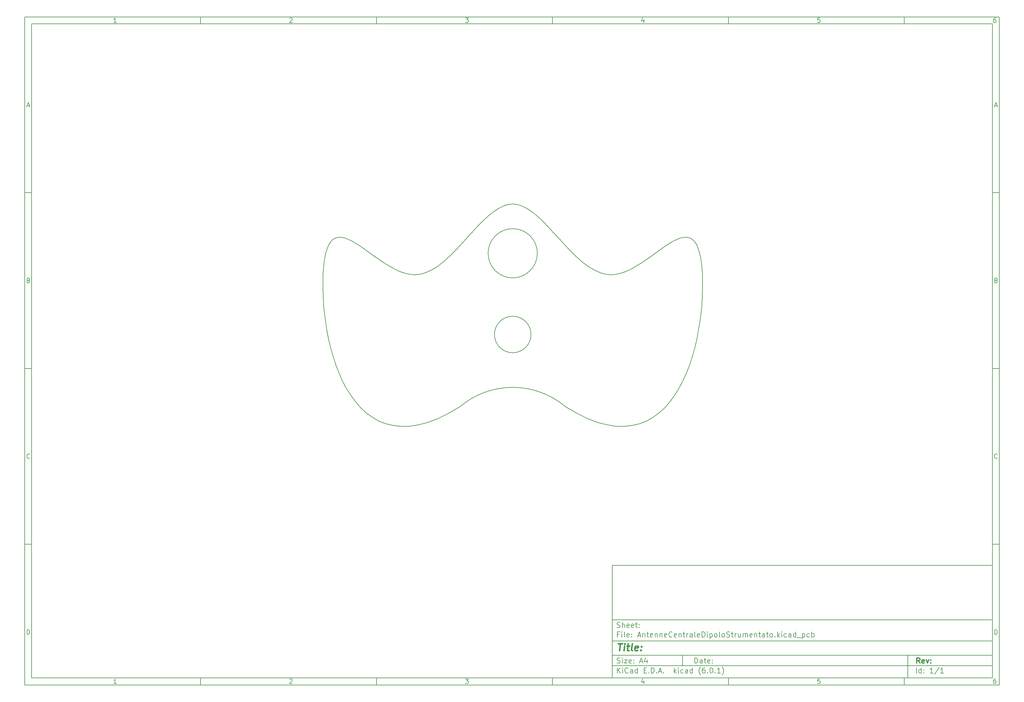
<source format=gm1>
G04 #@! TF.GenerationSoftware,KiCad,Pcbnew,(6.0.1)*
G04 #@! TF.CreationDate,2022-01-29T22:50:14+01:00*
G04 #@! TF.ProjectId,AntenneCentraleDipoloStrumentato,416e7465-6e6e-4654-9365-6e7472616c65,rev?*
G04 #@! TF.SameCoordinates,Original*
G04 #@! TF.FileFunction,Profile,NP*
%FSLAX46Y46*%
G04 Gerber Fmt 4.6, Leading zero omitted, Abs format (unit mm)*
G04 Created by KiCad (PCBNEW (6.0.1)) date 2022-01-29 22:50:14*
%MOMM*%
%LPD*%
G01*
G04 APERTURE LIST*
%ADD10C,0.100000*%
%ADD11C,0.150000*%
%ADD12C,0.300000*%
%ADD13C,0.400000*%
G04 #@! TA.AperFunction,Profile*
%ADD14C,0.200000*%
G04 #@! TD*
%ADD15C,0.200000*%
G04 APERTURE END LIST*
D10*
D11*
X177002200Y-166007200D02*
X177002200Y-198007200D01*
X285002200Y-198007200D01*
X285002200Y-166007200D01*
X177002200Y-166007200D01*
D10*
D11*
X10000000Y-10000000D02*
X10000000Y-200007200D01*
X287002200Y-200007200D01*
X287002200Y-10000000D01*
X10000000Y-10000000D01*
D10*
D11*
X12000000Y-12000000D02*
X12000000Y-198007200D01*
X285002200Y-198007200D01*
X285002200Y-12000000D01*
X12000000Y-12000000D01*
D10*
D11*
X60000000Y-12000000D02*
X60000000Y-10000000D01*
D10*
D11*
X110000000Y-12000000D02*
X110000000Y-10000000D01*
D10*
D11*
X160000000Y-12000000D02*
X160000000Y-10000000D01*
D10*
D11*
X210000000Y-12000000D02*
X210000000Y-10000000D01*
D10*
D11*
X260000000Y-12000000D02*
X260000000Y-10000000D01*
D10*
D11*
X36065476Y-11588095D02*
X35322619Y-11588095D01*
X35694047Y-11588095D02*
X35694047Y-10288095D01*
X35570238Y-10473809D01*
X35446428Y-10597619D01*
X35322619Y-10659523D01*
D10*
D11*
X85322619Y-10411904D02*
X85384523Y-10350000D01*
X85508333Y-10288095D01*
X85817857Y-10288095D01*
X85941666Y-10350000D01*
X86003571Y-10411904D01*
X86065476Y-10535714D01*
X86065476Y-10659523D01*
X86003571Y-10845238D01*
X85260714Y-11588095D01*
X86065476Y-11588095D01*
D10*
D11*
X135260714Y-10288095D02*
X136065476Y-10288095D01*
X135632142Y-10783333D01*
X135817857Y-10783333D01*
X135941666Y-10845238D01*
X136003571Y-10907142D01*
X136065476Y-11030952D01*
X136065476Y-11340476D01*
X136003571Y-11464285D01*
X135941666Y-11526190D01*
X135817857Y-11588095D01*
X135446428Y-11588095D01*
X135322619Y-11526190D01*
X135260714Y-11464285D01*
D10*
D11*
X185941666Y-10721428D02*
X185941666Y-11588095D01*
X185632142Y-10226190D02*
X185322619Y-11154761D01*
X186127380Y-11154761D01*
D10*
D11*
X236003571Y-10288095D02*
X235384523Y-10288095D01*
X235322619Y-10907142D01*
X235384523Y-10845238D01*
X235508333Y-10783333D01*
X235817857Y-10783333D01*
X235941666Y-10845238D01*
X236003571Y-10907142D01*
X236065476Y-11030952D01*
X236065476Y-11340476D01*
X236003571Y-11464285D01*
X235941666Y-11526190D01*
X235817857Y-11588095D01*
X235508333Y-11588095D01*
X235384523Y-11526190D01*
X235322619Y-11464285D01*
D10*
D11*
X285941666Y-10288095D02*
X285694047Y-10288095D01*
X285570238Y-10350000D01*
X285508333Y-10411904D01*
X285384523Y-10597619D01*
X285322619Y-10845238D01*
X285322619Y-11340476D01*
X285384523Y-11464285D01*
X285446428Y-11526190D01*
X285570238Y-11588095D01*
X285817857Y-11588095D01*
X285941666Y-11526190D01*
X286003571Y-11464285D01*
X286065476Y-11340476D01*
X286065476Y-11030952D01*
X286003571Y-10907142D01*
X285941666Y-10845238D01*
X285817857Y-10783333D01*
X285570238Y-10783333D01*
X285446428Y-10845238D01*
X285384523Y-10907142D01*
X285322619Y-11030952D01*
D10*
D11*
X60000000Y-198007200D02*
X60000000Y-200007200D01*
D10*
D11*
X110000000Y-198007200D02*
X110000000Y-200007200D01*
D10*
D11*
X160000000Y-198007200D02*
X160000000Y-200007200D01*
D10*
D11*
X210000000Y-198007200D02*
X210000000Y-200007200D01*
D10*
D11*
X260000000Y-198007200D02*
X260000000Y-200007200D01*
D10*
D11*
X36065476Y-199595295D02*
X35322619Y-199595295D01*
X35694047Y-199595295D02*
X35694047Y-198295295D01*
X35570238Y-198481009D01*
X35446428Y-198604819D01*
X35322619Y-198666723D01*
D10*
D11*
X85322619Y-198419104D02*
X85384523Y-198357200D01*
X85508333Y-198295295D01*
X85817857Y-198295295D01*
X85941666Y-198357200D01*
X86003571Y-198419104D01*
X86065476Y-198542914D01*
X86065476Y-198666723D01*
X86003571Y-198852438D01*
X85260714Y-199595295D01*
X86065476Y-199595295D01*
D10*
D11*
X135260714Y-198295295D02*
X136065476Y-198295295D01*
X135632142Y-198790533D01*
X135817857Y-198790533D01*
X135941666Y-198852438D01*
X136003571Y-198914342D01*
X136065476Y-199038152D01*
X136065476Y-199347676D01*
X136003571Y-199471485D01*
X135941666Y-199533390D01*
X135817857Y-199595295D01*
X135446428Y-199595295D01*
X135322619Y-199533390D01*
X135260714Y-199471485D01*
D10*
D11*
X185941666Y-198728628D02*
X185941666Y-199595295D01*
X185632142Y-198233390D02*
X185322619Y-199161961D01*
X186127380Y-199161961D01*
D10*
D11*
X236003571Y-198295295D02*
X235384523Y-198295295D01*
X235322619Y-198914342D01*
X235384523Y-198852438D01*
X235508333Y-198790533D01*
X235817857Y-198790533D01*
X235941666Y-198852438D01*
X236003571Y-198914342D01*
X236065476Y-199038152D01*
X236065476Y-199347676D01*
X236003571Y-199471485D01*
X235941666Y-199533390D01*
X235817857Y-199595295D01*
X235508333Y-199595295D01*
X235384523Y-199533390D01*
X235322619Y-199471485D01*
D10*
D11*
X285941666Y-198295295D02*
X285694047Y-198295295D01*
X285570238Y-198357200D01*
X285508333Y-198419104D01*
X285384523Y-198604819D01*
X285322619Y-198852438D01*
X285322619Y-199347676D01*
X285384523Y-199471485D01*
X285446428Y-199533390D01*
X285570238Y-199595295D01*
X285817857Y-199595295D01*
X285941666Y-199533390D01*
X286003571Y-199471485D01*
X286065476Y-199347676D01*
X286065476Y-199038152D01*
X286003571Y-198914342D01*
X285941666Y-198852438D01*
X285817857Y-198790533D01*
X285570238Y-198790533D01*
X285446428Y-198852438D01*
X285384523Y-198914342D01*
X285322619Y-199038152D01*
D10*
D11*
X10000000Y-60000000D02*
X12000000Y-60000000D01*
D10*
D11*
X10000000Y-110000000D02*
X12000000Y-110000000D01*
D10*
D11*
X10000000Y-160000000D02*
X12000000Y-160000000D01*
D10*
D11*
X10690476Y-35216666D02*
X11309523Y-35216666D01*
X10566666Y-35588095D02*
X11000000Y-34288095D01*
X11433333Y-35588095D01*
D10*
D11*
X11092857Y-84907142D02*
X11278571Y-84969047D01*
X11340476Y-85030952D01*
X11402380Y-85154761D01*
X11402380Y-85340476D01*
X11340476Y-85464285D01*
X11278571Y-85526190D01*
X11154761Y-85588095D01*
X10659523Y-85588095D01*
X10659523Y-84288095D01*
X11092857Y-84288095D01*
X11216666Y-84350000D01*
X11278571Y-84411904D01*
X11340476Y-84535714D01*
X11340476Y-84659523D01*
X11278571Y-84783333D01*
X11216666Y-84845238D01*
X11092857Y-84907142D01*
X10659523Y-84907142D01*
D10*
D11*
X11402380Y-135464285D02*
X11340476Y-135526190D01*
X11154761Y-135588095D01*
X11030952Y-135588095D01*
X10845238Y-135526190D01*
X10721428Y-135402380D01*
X10659523Y-135278571D01*
X10597619Y-135030952D01*
X10597619Y-134845238D01*
X10659523Y-134597619D01*
X10721428Y-134473809D01*
X10845238Y-134350000D01*
X11030952Y-134288095D01*
X11154761Y-134288095D01*
X11340476Y-134350000D01*
X11402380Y-134411904D01*
D10*
D11*
X10659523Y-185588095D02*
X10659523Y-184288095D01*
X10969047Y-184288095D01*
X11154761Y-184350000D01*
X11278571Y-184473809D01*
X11340476Y-184597619D01*
X11402380Y-184845238D01*
X11402380Y-185030952D01*
X11340476Y-185278571D01*
X11278571Y-185402380D01*
X11154761Y-185526190D01*
X10969047Y-185588095D01*
X10659523Y-185588095D01*
D10*
D11*
X287002200Y-60000000D02*
X285002200Y-60000000D01*
D10*
D11*
X287002200Y-110000000D02*
X285002200Y-110000000D01*
D10*
D11*
X287002200Y-160000000D02*
X285002200Y-160000000D01*
D10*
D11*
X285692676Y-35216666D02*
X286311723Y-35216666D01*
X285568866Y-35588095D02*
X286002200Y-34288095D01*
X286435533Y-35588095D01*
D10*
D11*
X286095057Y-84907142D02*
X286280771Y-84969047D01*
X286342676Y-85030952D01*
X286404580Y-85154761D01*
X286404580Y-85340476D01*
X286342676Y-85464285D01*
X286280771Y-85526190D01*
X286156961Y-85588095D01*
X285661723Y-85588095D01*
X285661723Y-84288095D01*
X286095057Y-84288095D01*
X286218866Y-84350000D01*
X286280771Y-84411904D01*
X286342676Y-84535714D01*
X286342676Y-84659523D01*
X286280771Y-84783333D01*
X286218866Y-84845238D01*
X286095057Y-84907142D01*
X285661723Y-84907142D01*
D10*
D11*
X286404580Y-135464285D02*
X286342676Y-135526190D01*
X286156961Y-135588095D01*
X286033152Y-135588095D01*
X285847438Y-135526190D01*
X285723628Y-135402380D01*
X285661723Y-135278571D01*
X285599819Y-135030952D01*
X285599819Y-134845238D01*
X285661723Y-134597619D01*
X285723628Y-134473809D01*
X285847438Y-134350000D01*
X286033152Y-134288095D01*
X286156961Y-134288095D01*
X286342676Y-134350000D01*
X286404580Y-134411904D01*
D10*
D11*
X285661723Y-185588095D02*
X285661723Y-184288095D01*
X285971247Y-184288095D01*
X286156961Y-184350000D01*
X286280771Y-184473809D01*
X286342676Y-184597619D01*
X286404580Y-184845238D01*
X286404580Y-185030952D01*
X286342676Y-185278571D01*
X286280771Y-185402380D01*
X286156961Y-185526190D01*
X285971247Y-185588095D01*
X285661723Y-185588095D01*
D10*
D11*
X200434342Y-193785771D02*
X200434342Y-192285771D01*
X200791485Y-192285771D01*
X201005771Y-192357200D01*
X201148628Y-192500057D01*
X201220057Y-192642914D01*
X201291485Y-192928628D01*
X201291485Y-193142914D01*
X201220057Y-193428628D01*
X201148628Y-193571485D01*
X201005771Y-193714342D01*
X200791485Y-193785771D01*
X200434342Y-193785771D01*
X202577200Y-193785771D02*
X202577200Y-193000057D01*
X202505771Y-192857200D01*
X202362914Y-192785771D01*
X202077200Y-192785771D01*
X201934342Y-192857200D01*
X202577200Y-193714342D02*
X202434342Y-193785771D01*
X202077200Y-193785771D01*
X201934342Y-193714342D01*
X201862914Y-193571485D01*
X201862914Y-193428628D01*
X201934342Y-193285771D01*
X202077200Y-193214342D01*
X202434342Y-193214342D01*
X202577200Y-193142914D01*
X203077200Y-192785771D02*
X203648628Y-192785771D01*
X203291485Y-192285771D02*
X203291485Y-193571485D01*
X203362914Y-193714342D01*
X203505771Y-193785771D01*
X203648628Y-193785771D01*
X204720057Y-193714342D02*
X204577200Y-193785771D01*
X204291485Y-193785771D01*
X204148628Y-193714342D01*
X204077200Y-193571485D01*
X204077200Y-193000057D01*
X204148628Y-192857200D01*
X204291485Y-192785771D01*
X204577200Y-192785771D01*
X204720057Y-192857200D01*
X204791485Y-193000057D01*
X204791485Y-193142914D01*
X204077200Y-193285771D01*
X205434342Y-193642914D02*
X205505771Y-193714342D01*
X205434342Y-193785771D01*
X205362914Y-193714342D01*
X205434342Y-193642914D01*
X205434342Y-193785771D01*
X205434342Y-192857200D02*
X205505771Y-192928628D01*
X205434342Y-193000057D01*
X205362914Y-192928628D01*
X205434342Y-192857200D01*
X205434342Y-193000057D01*
D10*
D11*
X177002200Y-194507200D02*
X285002200Y-194507200D01*
D10*
D11*
X178434342Y-196585771D02*
X178434342Y-195085771D01*
X179291485Y-196585771D02*
X178648628Y-195728628D01*
X179291485Y-195085771D02*
X178434342Y-195942914D01*
X179934342Y-196585771D02*
X179934342Y-195585771D01*
X179934342Y-195085771D02*
X179862914Y-195157200D01*
X179934342Y-195228628D01*
X180005771Y-195157200D01*
X179934342Y-195085771D01*
X179934342Y-195228628D01*
X181505771Y-196442914D02*
X181434342Y-196514342D01*
X181220057Y-196585771D01*
X181077200Y-196585771D01*
X180862914Y-196514342D01*
X180720057Y-196371485D01*
X180648628Y-196228628D01*
X180577200Y-195942914D01*
X180577200Y-195728628D01*
X180648628Y-195442914D01*
X180720057Y-195300057D01*
X180862914Y-195157200D01*
X181077200Y-195085771D01*
X181220057Y-195085771D01*
X181434342Y-195157200D01*
X181505771Y-195228628D01*
X182791485Y-196585771D02*
X182791485Y-195800057D01*
X182720057Y-195657200D01*
X182577200Y-195585771D01*
X182291485Y-195585771D01*
X182148628Y-195657200D01*
X182791485Y-196514342D02*
X182648628Y-196585771D01*
X182291485Y-196585771D01*
X182148628Y-196514342D01*
X182077200Y-196371485D01*
X182077200Y-196228628D01*
X182148628Y-196085771D01*
X182291485Y-196014342D01*
X182648628Y-196014342D01*
X182791485Y-195942914D01*
X184148628Y-196585771D02*
X184148628Y-195085771D01*
X184148628Y-196514342D02*
X184005771Y-196585771D01*
X183720057Y-196585771D01*
X183577200Y-196514342D01*
X183505771Y-196442914D01*
X183434342Y-196300057D01*
X183434342Y-195871485D01*
X183505771Y-195728628D01*
X183577200Y-195657200D01*
X183720057Y-195585771D01*
X184005771Y-195585771D01*
X184148628Y-195657200D01*
X186005771Y-195800057D02*
X186505771Y-195800057D01*
X186720057Y-196585771D02*
X186005771Y-196585771D01*
X186005771Y-195085771D01*
X186720057Y-195085771D01*
X187362914Y-196442914D02*
X187434342Y-196514342D01*
X187362914Y-196585771D01*
X187291485Y-196514342D01*
X187362914Y-196442914D01*
X187362914Y-196585771D01*
X188077200Y-196585771D02*
X188077200Y-195085771D01*
X188434342Y-195085771D01*
X188648628Y-195157200D01*
X188791485Y-195300057D01*
X188862914Y-195442914D01*
X188934342Y-195728628D01*
X188934342Y-195942914D01*
X188862914Y-196228628D01*
X188791485Y-196371485D01*
X188648628Y-196514342D01*
X188434342Y-196585771D01*
X188077200Y-196585771D01*
X189577200Y-196442914D02*
X189648628Y-196514342D01*
X189577200Y-196585771D01*
X189505771Y-196514342D01*
X189577200Y-196442914D01*
X189577200Y-196585771D01*
X190220057Y-196157200D02*
X190934342Y-196157200D01*
X190077200Y-196585771D02*
X190577200Y-195085771D01*
X191077200Y-196585771D01*
X191577200Y-196442914D02*
X191648628Y-196514342D01*
X191577200Y-196585771D01*
X191505771Y-196514342D01*
X191577200Y-196442914D01*
X191577200Y-196585771D01*
X194577200Y-196585771D02*
X194577200Y-195085771D01*
X194720057Y-196014342D02*
X195148628Y-196585771D01*
X195148628Y-195585771D02*
X194577200Y-196157200D01*
X195791485Y-196585771D02*
X195791485Y-195585771D01*
X195791485Y-195085771D02*
X195720057Y-195157200D01*
X195791485Y-195228628D01*
X195862914Y-195157200D01*
X195791485Y-195085771D01*
X195791485Y-195228628D01*
X197148628Y-196514342D02*
X197005771Y-196585771D01*
X196720057Y-196585771D01*
X196577200Y-196514342D01*
X196505771Y-196442914D01*
X196434342Y-196300057D01*
X196434342Y-195871485D01*
X196505771Y-195728628D01*
X196577200Y-195657200D01*
X196720057Y-195585771D01*
X197005771Y-195585771D01*
X197148628Y-195657200D01*
X198434342Y-196585771D02*
X198434342Y-195800057D01*
X198362914Y-195657200D01*
X198220057Y-195585771D01*
X197934342Y-195585771D01*
X197791485Y-195657200D01*
X198434342Y-196514342D02*
X198291485Y-196585771D01*
X197934342Y-196585771D01*
X197791485Y-196514342D01*
X197720057Y-196371485D01*
X197720057Y-196228628D01*
X197791485Y-196085771D01*
X197934342Y-196014342D01*
X198291485Y-196014342D01*
X198434342Y-195942914D01*
X199791485Y-196585771D02*
X199791485Y-195085771D01*
X199791485Y-196514342D02*
X199648628Y-196585771D01*
X199362914Y-196585771D01*
X199220057Y-196514342D01*
X199148628Y-196442914D01*
X199077200Y-196300057D01*
X199077200Y-195871485D01*
X199148628Y-195728628D01*
X199220057Y-195657200D01*
X199362914Y-195585771D01*
X199648628Y-195585771D01*
X199791485Y-195657200D01*
X202077200Y-197157200D02*
X202005771Y-197085771D01*
X201862914Y-196871485D01*
X201791485Y-196728628D01*
X201720057Y-196514342D01*
X201648628Y-196157200D01*
X201648628Y-195871485D01*
X201720057Y-195514342D01*
X201791485Y-195300057D01*
X201862914Y-195157200D01*
X202005771Y-194942914D01*
X202077200Y-194871485D01*
X203291485Y-195085771D02*
X203005771Y-195085771D01*
X202862914Y-195157200D01*
X202791485Y-195228628D01*
X202648628Y-195442914D01*
X202577200Y-195728628D01*
X202577200Y-196300057D01*
X202648628Y-196442914D01*
X202720057Y-196514342D01*
X202862914Y-196585771D01*
X203148628Y-196585771D01*
X203291485Y-196514342D01*
X203362914Y-196442914D01*
X203434342Y-196300057D01*
X203434342Y-195942914D01*
X203362914Y-195800057D01*
X203291485Y-195728628D01*
X203148628Y-195657200D01*
X202862914Y-195657200D01*
X202720057Y-195728628D01*
X202648628Y-195800057D01*
X202577200Y-195942914D01*
X204077200Y-196442914D02*
X204148628Y-196514342D01*
X204077200Y-196585771D01*
X204005771Y-196514342D01*
X204077200Y-196442914D01*
X204077200Y-196585771D01*
X205077200Y-195085771D02*
X205220057Y-195085771D01*
X205362914Y-195157200D01*
X205434342Y-195228628D01*
X205505771Y-195371485D01*
X205577200Y-195657200D01*
X205577200Y-196014342D01*
X205505771Y-196300057D01*
X205434342Y-196442914D01*
X205362914Y-196514342D01*
X205220057Y-196585771D01*
X205077200Y-196585771D01*
X204934342Y-196514342D01*
X204862914Y-196442914D01*
X204791485Y-196300057D01*
X204720057Y-196014342D01*
X204720057Y-195657200D01*
X204791485Y-195371485D01*
X204862914Y-195228628D01*
X204934342Y-195157200D01*
X205077200Y-195085771D01*
X206220057Y-196442914D02*
X206291485Y-196514342D01*
X206220057Y-196585771D01*
X206148628Y-196514342D01*
X206220057Y-196442914D01*
X206220057Y-196585771D01*
X207720057Y-196585771D02*
X206862914Y-196585771D01*
X207291485Y-196585771D02*
X207291485Y-195085771D01*
X207148628Y-195300057D01*
X207005771Y-195442914D01*
X206862914Y-195514342D01*
X208220057Y-197157200D02*
X208291485Y-197085771D01*
X208434342Y-196871485D01*
X208505771Y-196728628D01*
X208577200Y-196514342D01*
X208648628Y-196157200D01*
X208648628Y-195871485D01*
X208577200Y-195514342D01*
X208505771Y-195300057D01*
X208434342Y-195157200D01*
X208291485Y-194942914D01*
X208220057Y-194871485D01*
D10*
D11*
X177002200Y-191507200D02*
X285002200Y-191507200D01*
D10*
D12*
X264411485Y-193785771D02*
X263911485Y-193071485D01*
X263554342Y-193785771D02*
X263554342Y-192285771D01*
X264125771Y-192285771D01*
X264268628Y-192357200D01*
X264340057Y-192428628D01*
X264411485Y-192571485D01*
X264411485Y-192785771D01*
X264340057Y-192928628D01*
X264268628Y-193000057D01*
X264125771Y-193071485D01*
X263554342Y-193071485D01*
X265625771Y-193714342D02*
X265482914Y-193785771D01*
X265197200Y-193785771D01*
X265054342Y-193714342D01*
X264982914Y-193571485D01*
X264982914Y-193000057D01*
X265054342Y-192857200D01*
X265197200Y-192785771D01*
X265482914Y-192785771D01*
X265625771Y-192857200D01*
X265697200Y-193000057D01*
X265697200Y-193142914D01*
X264982914Y-193285771D01*
X266197200Y-192785771D02*
X266554342Y-193785771D01*
X266911485Y-192785771D01*
X267482914Y-193642914D02*
X267554342Y-193714342D01*
X267482914Y-193785771D01*
X267411485Y-193714342D01*
X267482914Y-193642914D01*
X267482914Y-193785771D01*
X267482914Y-192857200D02*
X267554342Y-192928628D01*
X267482914Y-193000057D01*
X267411485Y-192928628D01*
X267482914Y-192857200D01*
X267482914Y-193000057D01*
D10*
D11*
X178362914Y-193714342D02*
X178577200Y-193785771D01*
X178934342Y-193785771D01*
X179077200Y-193714342D01*
X179148628Y-193642914D01*
X179220057Y-193500057D01*
X179220057Y-193357200D01*
X179148628Y-193214342D01*
X179077200Y-193142914D01*
X178934342Y-193071485D01*
X178648628Y-193000057D01*
X178505771Y-192928628D01*
X178434342Y-192857200D01*
X178362914Y-192714342D01*
X178362914Y-192571485D01*
X178434342Y-192428628D01*
X178505771Y-192357200D01*
X178648628Y-192285771D01*
X179005771Y-192285771D01*
X179220057Y-192357200D01*
X179862914Y-193785771D02*
X179862914Y-192785771D01*
X179862914Y-192285771D02*
X179791485Y-192357200D01*
X179862914Y-192428628D01*
X179934342Y-192357200D01*
X179862914Y-192285771D01*
X179862914Y-192428628D01*
X180434342Y-192785771D02*
X181220057Y-192785771D01*
X180434342Y-193785771D01*
X181220057Y-193785771D01*
X182362914Y-193714342D02*
X182220057Y-193785771D01*
X181934342Y-193785771D01*
X181791485Y-193714342D01*
X181720057Y-193571485D01*
X181720057Y-193000057D01*
X181791485Y-192857200D01*
X181934342Y-192785771D01*
X182220057Y-192785771D01*
X182362914Y-192857200D01*
X182434342Y-193000057D01*
X182434342Y-193142914D01*
X181720057Y-193285771D01*
X183077200Y-193642914D02*
X183148628Y-193714342D01*
X183077200Y-193785771D01*
X183005771Y-193714342D01*
X183077200Y-193642914D01*
X183077200Y-193785771D01*
X183077200Y-192857200D02*
X183148628Y-192928628D01*
X183077200Y-193000057D01*
X183005771Y-192928628D01*
X183077200Y-192857200D01*
X183077200Y-193000057D01*
X184862914Y-193357200D02*
X185577200Y-193357200D01*
X184720057Y-193785771D02*
X185220057Y-192285771D01*
X185720057Y-193785771D01*
X186862914Y-192785771D02*
X186862914Y-193785771D01*
X186505771Y-192214342D02*
X186148628Y-193285771D01*
X187077200Y-193285771D01*
D10*
D11*
X263434342Y-196585771D02*
X263434342Y-195085771D01*
X264791485Y-196585771D02*
X264791485Y-195085771D01*
X264791485Y-196514342D02*
X264648628Y-196585771D01*
X264362914Y-196585771D01*
X264220057Y-196514342D01*
X264148628Y-196442914D01*
X264077200Y-196300057D01*
X264077200Y-195871485D01*
X264148628Y-195728628D01*
X264220057Y-195657200D01*
X264362914Y-195585771D01*
X264648628Y-195585771D01*
X264791485Y-195657200D01*
X265505771Y-196442914D02*
X265577200Y-196514342D01*
X265505771Y-196585771D01*
X265434342Y-196514342D01*
X265505771Y-196442914D01*
X265505771Y-196585771D01*
X265505771Y-195657200D02*
X265577200Y-195728628D01*
X265505771Y-195800057D01*
X265434342Y-195728628D01*
X265505771Y-195657200D01*
X265505771Y-195800057D01*
X268148628Y-196585771D02*
X267291485Y-196585771D01*
X267720057Y-196585771D02*
X267720057Y-195085771D01*
X267577200Y-195300057D01*
X267434342Y-195442914D01*
X267291485Y-195514342D01*
X269862914Y-195014342D02*
X268577200Y-196942914D01*
X271148628Y-196585771D02*
X270291485Y-196585771D01*
X270720057Y-196585771D02*
X270720057Y-195085771D01*
X270577200Y-195300057D01*
X270434342Y-195442914D01*
X270291485Y-195514342D01*
D10*
D11*
X177002200Y-187507200D02*
X285002200Y-187507200D01*
D10*
D13*
X178714580Y-188211961D02*
X179857438Y-188211961D01*
X179036009Y-190211961D02*
X179286009Y-188211961D01*
X180274104Y-190211961D02*
X180440771Y-188878628D01*
X180524104Y-188211961D02*
X180416961Y-188307200D01*
X180500295Y-188402438D01*
X180607438Y-188307200D01*
X180524104Y-188211961D01*
X180500295Y-188402438D01*
X181107438Y-188878628D02*
X181869342Y-188878628D01*
X181476485Y-188211961D02*
X181262200Y-189926247D01*
X181333628Y-190116723D01*
X181512200Y-190211961D01*
X181702676Y-190211961D01*
X182655057Y-190211961D02*
X182476485Y-190116723D01*
X182405057Y-189926247D01*
X182619342Y-188211961D01*
X184190771Y-190116723D02*
X183988390Y-190211961D01*
X183607438Y-190211961D01*
X183428866Y-190116723D01*
X183357438Y-189926247D01*
X183452676Y-189164342D01*
X183571723Y-188973866D01*
X183774104Y-188878628D01*
X184155057Y-188878628D01*
X184333628Y-188973866D01*
X184405057Y-189164342D01*
X184381247Y-189354819D01*
X183405057Y-189545295D01*
X185155057Y-190021485D02*
X185238390Y-190116723D01*
X185131247Y-190211961D01*
X185047914Y-190116723D01*
X185155057Y-190021485D01*
X185131247Y-190211961D01*
X185286009Y-188973866D02*
X185369342Y-189069104D01*
X185262200Y-189164342D01*
X185178866Y-189069104D01*
X185286009Y-188973866D01*
X185262200Y-189164342D01*
D10*
D11*
X178934342Y-185600057D02*
X178434342Y-185600057D01*
X178434342Y-186385771D02*
X178434342Y-184885771D01*
X179148628Y-184885771D01*
X179720057Y-186385771D02*
X179720057Y-185385771D01*
X179720057Y-184885771D02*
X179648628Y-184957200D01*
X179720057Y-185028628D01*
X179791485Y-184957200D01*
X179720057Y-184885771D01*
X179720057Y-185028628D01*
X180648628Y-186385771D02*
X180505771Y-186314342D01*
X180434342Y-186171485D01*
X180434342Y-184885771D01*
X181791485Y-186314342D02*
X181648628Y-186385771D01*
X181362914Y-186385771D01*
X181220057Y-186314342D01*
X181148628Y-186171485D01*
X181148628Y-185600057D01*
X181220057Y-185457200D01*
X181362914Y-185385771D01*
X181648628Y-185385771D01*
X181791485Y-185457200D01*
X181862914Y-185600057D01*
X181862914Y-185742914D01*
X181148628Y-185885771D01*
X182505771Y-186242914D02*
X182577200Y-186314342D01*
X182505771Y-186385771D01*
X182434342Y-186314342D01*
X182505771Y-186242914D01*
X182505771Y-186385771D01*
X182505771Y-185457200D02*
X182577200Y-185528628D01*
X182505771Y-185600057D01*
X182434342Y-185528628D01*
X182505771Y-185457200D01*
X182505771Y-185600057D01*
X184291485Y-185957200D02*
X185005771Y-185957200D01*
X184148628Y-186385771D02*
X184648628Y-184885771D01*
X185148628Y-186385771D01*
X185648628Y-185385771D02*
X185648628Y-186385771D01*
X185648628Y-185528628D02*
X185720057Y-185457200D01*
X185862914Y-185385771D01*
X186077200Y-185385771D01*
X186220057Y-185457200D01*
X186291485Y-185600057D01*
X186291485Y-186385771D01*
X186791485Y-185385771D02*
X187362914Y-185385771D01*
X187005771Y-184885771D02*
X187005771Y-186171485D01*
X187077200Y-186314342D01*
X187220057Y-186385771D01*
X187362914Y-186385771D01*
X188434342Y-186314342D02*
X188291485Y-186385771D01*
X188005771Y-186385771D01*
X187862914Y-186314342D01*
X187791485Y-186171485D01*
X187791485Y-185600057D01*
X187862914Y-185457200D01*
X188005771Y-185385771D01*
X188291485Y-185385771D01*
X188434342Y-185457200D01*
X188505771Y-185600057D01*
X188505771Y-185742914D01*
X187791485Y-185885771D01*
X189148628Y-185385771D02*
X189148628Y-186385771D01*
X189148628Y-185528628D02*
X189220057Y-185457200D01*
X189362914Y-185385771D01*
X189577200Y-185385771D01*
X189720057Y-185457200D01*
X189791485Y-185600057D01*
X189791485Y-186385771D01*
X190505771Y-185385771D02*
X190505771Y-186385771D01*
X190505771Y-185528628D02*
X190577200Y-185457200D01*
X190720057Y-185385771D01*
X190934342Y-185385771D01*
X191077200Y-185457200D01*
X191148628Y-185600057D01*
X191148628Y-186385771D01*
X192434342Y-186314342D02*
X192291485Y-186385771D01*
X192005771Y-186385771D01*
X191862914Y-186314342D01*
X191791485Y-186171485D01*
X191791485Y-185600057D01*
X191862914Y-185457200D01*
X192005771Y-185385771D01*
X192291485Y-185385771D01*
X192434342Y-185457200D01*
X192505771Y-185600057D01*
X192505771Y-185742914D01*
X191791485Y-185885771D01*
X194005771Y-186242914D02*
X193934342Y-186314342D01*
X193720057Y-186385771D01*
X193577200Y-186385771D01*
X193362914Y-186314342D01*
X193220057Y-186171485D01*
X193148628Y-186028628D01*
X193077200Y-185742914D01*
X193077200Y-185528628D01*
X193148628Y-185242914D01*
X193220057Y-185100057D01*
X193362914Y-184957200D01*
X193577200Y-184885771D01*
X193720057Y-184885771D01*
X193934342Y-184957200D01*
X194005771Y-185028628D01*
X195220057Y-186314342D02*
X195077200Y-186385771D01*
X194791485Y-186385771D01*
X194648628Y-186314342D01*
X194577200Y-186171485D01*
X194577200Y-185600057D01*
X194648628Y-185457200D01*
X194791485Y-185385771D01*
X195077200Y-185385771D01*
X195220057Y-185457200D01*
X195291485Y-185600057D01*
X195291485Y-185742914D01*
X194577200Y-185885771D01*
X195934342Y-185385771D02*
X195934342Y-186385771D01*
X195934342Y-185528628D02*
X196005771Y-185457200D01*
X196148628Y-185385771D01*
X196362914Y-185385771D01*
X196505771Y-185457200D01*
X196577200Y-185600057D01*
X196577200Y-186385771D01*
X197077200Y-185385771D02*
X197648628Y-185385771D01*
X197291485Y-184885771D02*
X197291485Y-186171485D01*
X197362914Y-186314342D01*
X197505771Y-186385771D01*
X197648628Y-186385771D01*
X198148628Y-186385771D02*
X198148628Y-185385771D01*
X198148628Y-185671485D02*
X198220057Y-185528628D01*
X198291485Y-185457200D01*
X198434342Y-185385771D01*
X198577200Y-185385771D01*
X199720057Y-186385771D02*
X199720057Y-185600057D01*
X199648628Y-185457200D01*
X199505771Y-185385771D01*
X199220057Y-185385771D01*
X199077200Y-185457200D01*
X199720057Y-186314342D02*
X199577200Y-186385771D01*
X199220057Y-186385771D01*
X199077200Y-186314342D01*
X199005771Y-186171485D01*
X199005771Y-186028628D01*
X199077200Y-185885771D01*
X199220057Y-185814342D01*
X199577200Y-185814342D01*
X199720057Y-185742914D01*
X200648628Y-186385771D02*
X200505771Y-186314342D01*
X200434342Y-186171485D01*
X200434342Y-184885771D01*
X201791485Y-186314342D02*
X201648628Y-186385771D01*
X201362914Y-186385771D01*
X201220057Y-186314342D01*
X201148628Y-186171485D01*
X201148628Y-185600057D01*
X201220057Y-185457200D01*
X201362914Y-185385771D01*
X201648628Y-185385771D01*
X201791485Y-185457200D01*
X201862914Y-185600057D01*
X201862914Y-185742914D01*
X201148628Y-185885771D01*
X202505771Y-186385771D02*
X202505771Y-184885771D01*
X202862914Y-184885771D01*
X203077200Y-184957200D01*
X203220057Y-185100057D01*
X203291485Y-185242914D01*
X203362914Y-185528628D01*
X203362914Y-185742914D01*
X203291485Y-186028628D01*
X203220057Y-186171485D01*
X203077200Y-186314342D01*
X202862914Y-186385771D01*
X202505771Y-186385771D01*
X204005771Y-186385771D02*
X204005771Y-185385771D01*
X204005771Y-184885771D02*
X203934342Y-184957200D01*
X204005771Y-185028628D01*
X204077200Y-184957200D01*
X204005771Y-184885771D01*
X204005771Y-185028628D01*
X204720057Y-185385771D02*
X204720057Y-186885771D01*
X204720057Y-185457200D02*
X204862914Y-185385771D01*
X205148628Y-185385771D01*
X205291485Y-185457200D01*
X205362914Y-185528628D01*
X205434342Y-185671485D01*
X205434342Y-186100057D01*
X205362914Y-186242914D01*
X205291485Y-186314342D01*
X205148628Y-186385771D01*
X204862914Y-186385771D01*
X204720057Y-186314342D01*
X206291485Y-186385771D02*
X206148628Y-186314342D01*
X206077200Y-186242914D01*
X206005771Y-186100057D01*
X206005771Y-185671485D01*
X206077200Y-185528628D01*
X206148628Y-185457200D01*
X206291485Y-185385771D01*
X206505771Y-185385771D01*
X206648628Y-185457200D01*
X206720057Y-185528628D01*
X206791485Y-185671485D01*
X206791485Y-186100057D01*
X206720057Y-186242914D01*
X206648628Y-186314342D01*
X206505771Y-186385771D01*
X206291485Y-186385771D01*
X207648628Y-186385771D02*
X207505771Y-186314342D01*
X207434342Y-186171485D01*
X207434342Y-184885771D01*
X208434342Y-186385771D02*
X208291485Y-186314342D01*
X208220057Y-186242914D01*
X208148628Y-186100057D01*
X208148628Y-185671485D01*
X208220057Y-185528628D01*
X208291485Y-185457200D01*
X208434342Y-185385771D01*
X208648628Y-185385771D01*
X208791485Y-185457200D01*
X208862914Y-185528628D01*
X208934342Y-185671485D01*
X208934342Y-186100057D01*
X208862914Y-186242914D01*
X208791485Y-186314342D01*
X208648628Y-186385771D01*
X208434342Y-186385771D01*
X209505771Y-186314342D02*
X209720057Y-186385771D01*
X210077200Y-186385771D01*
X210220057Y-186314342D01*
X210291485Y-186242914D01*
X210362914Y-186100057D01*
X210362914Y-185957200D01*
X210291485Y-185814342D01*
X210220057Y-185742914D01*
X210077200Y-185671485D01*
X209791485Y-185600057D01*
X209648628Y-185528628D01*
X209577200Y-185457200D01*
X209505771Y-185314342D01*
X209505771Y-185171485D01*
X209577200Y-185028628D01*
X209648628Y-184957200D01*
X209791485Y-184885771D01*
X210148628Y-184885771D01*
X210362914Y-184957200D01*
X210791485Y-185385771D02*
X211362914Y-185385771D01*
X211005771Y-184885771D02*
X211005771Y-186171485D01*
X211077200Y-186314342D01*
X211220057Y-186385771D01*
X211362914Y-186385771D01*
X211862914Y-186385771D02*
X211862914Y-185385771D01*
X211862914Y-185671485D02*
X211934342Y-185528628D01*
X212005771Y-185457200D01*
X212148628Y-185385771D01*
X212291485Y-185385771D01*
X213434342Y-185385771D02*
X213434342Y-186385771D01*
X212791485Y-185385771D02*
X212791485Y-186171485D01*
X212862914Y-186314342D01*
X213005771Y-186385771D01*
X213220057Y-186385771D01*
X213362914Y-186314342D01*
X213434342Y-186242914D01*
X214148628Y-186385771D02*
X214148628Y-185385771D01*
X214148628Y-185528628D02*
X214220057Y-185457200D01*
X214362914Y-185385771D01*
X214577200Y-185385771D01*
X214720057Y-185457200D01*
X214791485Y-185600057D01*
X214791485Y-186385771D01*
X214791485Y-185600057D02*
X214862914Y-185457200D01*
X215005771Y-185385771D01*
X215220057Y-185385771D01*
X215362914Y-185457200D01*
X215434342Y-185600057D01*
X215434342Y-186385771D01*
X216720057Y-186314342D02*
X216577200Y-186385771D01*
X216291485Y-186385771D01*
X216148628Y-186314342D01*
X216077200Y-186171485D01*
X216077200Y-185600057D01*
X216148628Y-185457200D01*
X216291485Y-185385771D01*
X216577200Y-185385771D01*
X216720057Y-185457200D01*
X216791485Y-185600057D01*
X216791485Y-185742914D01*
X216077200Y-185885771D01*
X217434342Y-185385771D02*
X217434342Y-186385771D01*
X217434342Y-185528628D02*
X217505771Y-185457200D01*
X217648628Y-185385771D01*
X217862914Y-185385771D01*
X218005771Y-185457200D01*
X218077200Y-185600057D01*
X218077200Y-186385771D01*
X218577200Y-185385771D02*
X219148628Y-185385771D01*
X218791485Y-184885771D02*
X218791485Y-186171485D01*
X218862914Y-186314342D01*
X219005771Y-186385771D01*
X219148628Y-186385771D01*
X220291485Y-186385771D02*
X220291485Y-185600057D01*
X220220057Y-185457200D01*
X220077200Y-185385771D01*
X219791485Y-185385771D01*
X219648628Y-185457200D01*
X220291485Y-186314342D02*
X220148628Y-186385771D01*
X219791485Y-186385771D01*
X219648628Y-186314342D01*
X219577200Y-186171485D01*
X219577200Y-186028628D01*
X219648628Y-185885771D01*
X219791485Y-185814342D01*
X220148628Y-185814342D01*
X220291485Y-185742914D01*
X220791485Y-185385771D02*
X221362914Y-185385771D01*
X221005771Y-184885771D02*
X221005771Y-186171485D01*
X221077200Y-186314342D01*
X221220057Y-186385771D01*
X221362914Y-186385771D01*
X222077200Y-186385771D02*
X221934342Y-186314342D01*
X221862914Y-186242914D01*
X221791485Y-186100057D01*
X221791485Y-185671485D01*
X221862914Y-185528628D01*
X221934342Y-185457200D01*
X222077200Y-185385771D01*
X222291485Y-185385771D01*
X222434342Y-185457200D01*
X222505771Y-185528628D01*
X222577200Y-185671485D01*
X222577200Y-186100057D01*
X222505771Y-186242914D01*
X222434342Y-186314342D01*
X222291485Y-186385771D01*
X222077200Y-186385771D01*
X223220057Y-186242914D02*
X223291485Y-186314342D01*
X223220057Y-186385771D01*
X223148628Y-186314342D01*
X223220057Y-186242914D01*
X223220057Y-186385771D01*
X223934342Y-186385771D02*
X223934342Y-184885771D01*
X224077200Y-185814342D02*
X224505771Y-186385771D01*
X224505771Y-185385771D02*
X223934342Y-185957200D01*
X225148628Y-186385771D02*
X225148628Y-185385771D01*
X225148628Y-184885771D02*
X225077200Y-184957200D01*
X225148628Y-185028628D01*
X225220057Y-184957200D01*
X225148628Y-184885771D01*
X225148628Y-185028628D01*
X226505771Y-186314342D02*
X226362914Y-186385771D01*
X226077200Y-186385771D01*
X225934342Y-186314342D01*
X225862914Y-186242914D01*
X225791485Y-186100057D01*
X225791485Y-185671485D01*
X225862914Y-185528628D01*
X225934342Y-185457200D01*
X226077200Y-185385771D01*
X226362914Y-185385771D01*
X226505771Y-185457200D01*
X227791485Y-186385771D02*
X227791485Y-185600057D01*
X227720057Y-185457200D01*
X227577200Y-185385771D01*
X227291485Y-185385771D01*
X227148628Y-185457200D01*
X227791485Y-186314342D02*
X227648628Y-186385771D01*
X227291485Y-186385771D01*
X227148628Y-186314342D01*
X227077200Y-186171485D01*
X227077200Y-186028628D01*
X227148628Y-185885771D01*
X227291485Y-185814342D01*
X227648628Y-185814342D01*
X227791485Y-185742914D01*
X229148628Y-186385771D02*
X229148628Y-184885771D01*
X229148628Y-186314342D02*
X229005771Y-186385771D01*
X228720057Y-186385771D01*
X228577200Y-186314342D01*
X228505771Y-186242914D01*
X228434342Y-186100057D01*
X228434342Y-185671485D01*
X228505771Y-185528628D01*
X228577200Y-185457200D01*
X228720057Y-185385771D01*
X229005771Y-185385771D01*
X229148628Y-185457200D01*
X229505771Y-186528628D02*
X230648628Y-186528628D01*
X231005771Y-185385771D02*
X231005771Y-186885771D01*
X231005771Y-185457200D02*
X231148628Y-185385771D01*
X231434342Y-185385771D01*
X231577200Y-185457200D01*
X231648628Y-185528628D01*
X231720057Y-185671485D01*
X231720057Y-186100057D01*
X231648628Y-186242914D01*
X231577200Y-186314342D01*
X231434342Y-186385771D01*
X231148628Y-186385771D01*
X231005771Y-186314342D01*
X233005771Y-186314342D02*
X232862914Y-186385771D01*
X232577200Y-186385771D01*
X232434342Y-186314342D01*
X232362914Y-186242914D01*
X232291485Y-186100057D01*
X232291485Y-185671485D01*
X232362914Y-185528628D01*
X232434342Y-185457200D01*
X232577200Y-185385771D01*
X232862914Y-185385771D01*
X233005771Y-185457200D01*
X233648628Y-186385771D02*
X233648628Y-184885771D01*
X233648628Y-185457200D02*
X233791485Y-185385771D01*
X234077200Y-185385771D01*
X234220057Y-185457200D01*
X234291485Y-185528628D01*
X234362914Y-185671485D01*
X234362914Y-186100057D01*
X234291485Y-186242914D01*
X234220057Y-186314342D01*
X234077200Y-186385771D01*
X233791485Y-186385771D01*
X233648628Y-186314342D01*
D10*
D11*
X177002200Y-181507200D02*
X285002200Y-181507200D01*
D10*
D11*
X178362914Y-183614342D02*
X178577200Y-183685771D01*
X178934342Y-183685771D01*
X179077200Y-183614342D01*
X179148628Y-183542914D01*
X179220057Y-183400057D01*
X179220057Y-183257200D01*
X179148628Y-183114342D01*
X179077200Y-183042914D01*
X178934342Y-182971485D01*
X178648628Y-182900057D01*
X178505771Y-182828628D01*
X178434342Y-182757200D01*
X178362914Y-182614342D01*
X178362914Y-182471485D01*
X178434342Y-182328628D01*
X178505771Y-182257200D01*
X178648628Y-182185771D01*
X179005771Y-182185771D01*
X179220057Y-182257200D01*
X179862914Y-183685771D02*
X179862914Y-182185771D01*
X180505771Y-183685771D02*
X180505771Y-182900057D01*
X180434342Y-182757200D01*
X180291485Y-182685771D01*
X180077200Y-182685771D01*
X179934342Y-182757200D01*
X179862914Y-182828628D01*
X181791485Y-183614342D02*
X181648628Y-183685771D01*
X181362914Y-183685771D01*
X181220057Y-183614342D01*
X181148628Y-183471485D01*
X181148628Y-182900057D01*
X181220057Y-182757200D01*
X181362914Y-182685771D01*
X181648628Y-182685771D01*
X181791485Y-182757200D01*
X181862914Y-182900057D01*
X181862914Y-183042914D01*
X181148628Y-183185771D01*
X183077200Y-183614342D02*
X182934342Y-183685771D01*
X182648628Y-183685771D01*
X182505771Y-183614342D01*
X182434342Y-183471485D01*
X182434342Y-182900057D01*
X182505771Y-182757200D01*
X182648628Y-182685771D01*
X182934342Y-182685771D01*
X183077200Y-182757200D01*
X183148628Y-182900057D01*
X183148628Y-183042914D01*
X182434342Y-183185771D01*
X183577200Y-182685771D02*
X184148628Y-182685771D01*
X183791485Y-182185771D02*
X183791485Y-183471485D01*
X183862914Y-183614342D01*
X184005771Y-183685771D01*
X184148628Y-183685771D01*
X184648628Y-183542914D02*
X184720057Y-183614342D01*
X184648628Y-183685771D01*
X184577200Y-183614342D01*
X184648628Y-183542914D01*
X184648628Y-183685771D01*
X184648628Y-182757200D02*
X184720057Y-182828628D01*
X184648628Y-182900057D01*
X184577200Y-182828628D01*
X184648628Y-182757200D01*
X184648628Y-182900057D01*
D10*
D12*
D10*
D11*
D10*
D11*
D10*
D11*
D10*
D11*
D10*
D11*
X197002200Y-191507200D02*
X197002200Y-194507200D01*
D10*
D11*
X261002200Y-191507200D02*
X261002200Y-198007200D01*
D14*
X163700021Y-120843757D02*
G75*
G03*
X133700000Y-120843757I-15000011J-17761409D01*
G01*
D15*
X95356700Y-78184000D02*
X95655704Y-76882760D01*
X96006408Y-75776751D01*
X96406860Y-74855877D01*
X96855104Y-74110044D01*
X97349188Y-73529158D01*
X97887158Y-73103124D01*
X98467060Y-72821847D01*
X99086942Y-72675234D01*
X99744849Y-72653189D01*
X100438827Y-72745619D01*
X101166924Y-72942429D01*
X101927186Y-73233525D01*
X102717660Y-73608812D01*
X103536391Y-74058195D01*
X104381426Y-74571581D01*
X105250812Y-75138875D01*
X106142595Y-75749982D01*
X107054822Y-76394808D01*
X107985539Y-77063259D01*
X108932792Y-77745240D01*
X109894629Y-78430657D01*
X110869095Y-79109415D01*
X111854237Y-79771420D01*
X112848101Y-80406578D01*
X113848734Y-81004793D01*
X114854183Y-81555973D01*
X115862493Y-82050022D01*
X116871712Y-82476845D01*
X117879886Y-82826349D01*
X118885060Y-83088439D01*
X119885283Y-83253021D01*
X120878600Y-83310000D01*
X133700000Y-120843757D02*
X130502380Y-122725672D01*
X127469630Y-124203622D01*
X124598162Y-125297259D01*
X121884388Y-126026238D01*
X119324720Y-126410214D01*
X116915571Y-126468841D01*
X114653353Y-126221774D01*
X112534479Y-125688667D01*
X110555361Y-124889176D01*
X108712411Y-123842953D01*
X107002042Y-122569655D01*
X105420665Y-121088935D01*
X103964694Y-119420449D01*
X102630541Y-117583849D01*
X101414618Y-115598792D01*
X100313337Y-113484932D01*
X99323111Y-111261922D01*
X98440352Y-108949419D01*
X97661473Y-106567075D01*
X96982885Y-104134546D01*
X96401002Y-101671487D01*
X95912235Y-99197551D01*
X95512998Y-96732394D01*
X95199701Y-94295669D01*
X94968758Y-91907032D01*
X94816582Y-89586137D01*
X94739583Y-87352638D01*
X94734175Y-85226190D01*
X94796771Y-83226448D01*
X94923782Y-81373066D01*
X95111621Y-79685698D01*
X95356700Y-78184000D01*
D14*
X155700000Y-77221000D02*
G75*
G03*
X155700000Y-77221000I-7000000J0D01*
G01*
D15*
X148700000Y-63221000D02*
X149522237Y-63278625D01*
X150344776Y-63446597D01*
X151167918Y-63717560D01*
X151991964Y-64084158D01*
X152817216Y-64539033D01*
X153643975Y-65074830D01*
X154472542Y-65684193D01*
X155303218Y-66359765D01*
X156136306Y-67094190D01*
X156972106Y-67880112D01*
X157810921Y-68710174D01*
X158653050Y-69577021D01*
X159498797Y-70473296D01*
X160348461Y-71391642D01*
X161202345Y-72324704D01*
X162060750Y-73265125D01*
X162923976Y-74205548D01*
X163792327Y-75138619D01*
X164666103Y-76056980D01*
X165545605Y-76953275D01*
X166431135Y-77820148D01*
X167322994Y-78650242D01*
X168221484Y-79436202D01*
X169126906Y-80170671D01*
X170039561Y-80846293D01*
X170959751Y-81455712D01*
X171887777Y-81991570D01*
X172823941Y-82446513D01*
X173768544Y-82813184D01*
X174721887Y-83084226D01*
X175684272Y-83252283D01*
X176656000Y-83310000D01*
D14*
X153900000Y-100313000D02*
G75*
G03*
X153900000Y-100313000I-5200000J0D01*
G01*
D15*
X202043000Y-78184000D02*
X202288106Y-79685698D01*
X202475970Y-81373066D01*
X202603005Y-83226448D01*
X202665623Y-85226190D01*
X202660236Y-87352638D01*
X202583257Y-89586137D01*
X202431098Y-91907032D01*
X202200172Y-94295669D01*
X201886891Y-96732394D01*
X201487667Y-99197551D01*
X200998913Y-101671487D01*
X200417042Y-104134546D01*
X199738465Y-106567075D01*
X198959595Y-108949419D01*
X198076845Y-111261922D01*
X197086627Y-113484932D01*
X195985353Y-115598792D01*
X194769437Y-117583849D01*
X193435289Y-119420449D01*
X191979323Y-121088935D01*
X190397951Y-122569655D01*
X188687586Y-123842953D01*
X186844639Y-124889176D01*
X184865524Y-125688667D01*
X182746653Y-126221774D01*
X180484437Y-126468841D01*
X178075291Y-126410214D01*
X175515625Y-126026238D01*
X172801853Y-125297259D01*
X169930386Y-124203622D01*
X166897638Y-122725672D01*
X163700021Y-120843757D01*
X120878600Y-83310000D02*
X121838099Y-83252283D01*
X122789019Y-83084226D01*
X123731637Y-82813184D01*
X124666230Y-82446513D01*
X125593073Y-81991570D01*
X126512444Y-81455712D01*
X127424620Y-80846293D01*
X128329878Y-80170671D01*
X129228493Y-79436202D01*
X130120743Y-78650242D01*
X131006905Y-77820148D01*
X131887255Y-76953275D01*
X132762071Y-76056980D01*
X133631628Y-75138619D01*
X134496203Y-74205548D01*
X135356075Y-73265125D01*
X136211518Y-72324704D01*
X137062810Y-71391642D01*
X137910227Y-70473296D01*
X138754047Y-69577021D01*
X139594546Y-68710174D01*
X140432000Y-67880112D01*
X141266687Y-67094190D01*
X142098884Y-66359765D01*
X142928866Y-65684193D01*
X143756912Y-65074830D01*
X144583296Y-64539033D01*
X145408298Y-64084158D01*
X146232192Y-63717560D01*
X147055256Y-63446597D01*
X147877766Y-63278625D01*
X148700000Y-63221000D01*
X176656000Y-83310000D02*
X177637089Y-83253021D01*
X178625850Y-83088439D01*
X179620304Y-82826349D01*
X180618474Y-82476845D01*
X181618380Y-82050022D01*
X182618045Y-81555973D01*
X183615489Y-81004793D01*
X184608734Y-80406578D01*
X185595802Y-79771420D01*
X186574714Y-79109415D01*
X187543492Y-78430657D01*
X188500158Y-77745240D01*
X189442732Y-77063259D01*
X190369237Y-76394808D01*
X191277694Y-75749982D01*
X192166125Y-75138875D01*
X193032550Y-74571581D01*
X193874992Y-74058195D01*
X194691473Y-73608812D01*
X195480013Y-73233525D01*
X196238635Y-72942429D01*
X196965359Y-72745619D01*
X197658208Y-72653189D01*
X198315203Y-72675234D01*
X198934365Y-72821847D01*
X199513716Y-73103124D01*
X200051278Y-73529158D01*
X200545072Y-74110044D01*
X200993119Y-74855877D01*
X201393442Y-75776751D01*
X201744062Y-76882760D01*
X202043000Y-78184000D01*
M02*

</source>
